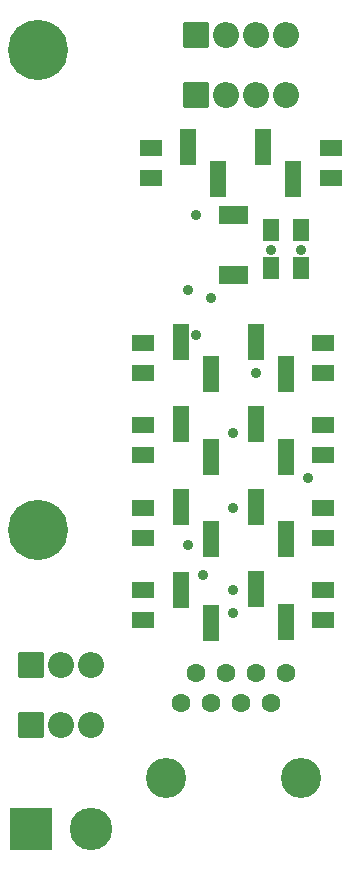
<source format=gts>
G04 #@! TF.GenerationSoftware,KiCad,Pcbnew,7.0.9*
G04 #@! TF.CreationDate,2023-12-23T18:19:17+01:00*
G04 #@! TF.ProjectId,testing-board,74657374-696e-4672-9d62-6f6172642e6b,v1.0*
G04 #@! TF.SameCoordinates,Original*
G04 #@! TF.FileFunction,Soldermask,Top*
G04 #@! TF.FilePolarity,Negative*
%FSLAX46Y46*%
G04 Gerber Fmt 4.6, Leading zero omitted, Abs format (unit mm)*
G04 Created by KiCad (PCBNEW 7.0.9) date 2023-12-23 18:19:17*
%MOMM*%
%LPD*%
G01*
G04 APERTURE LIST*
G04 Aperture macros list*
%AMRoundRect*
0 Rectangle with rounded corners*
0 $1 Rounding radius*
0 $2 $3 $4 $5 $6 $7 $8 $9 X,Y pos of 4 corners*
0 Add a 4 corners polygon primitive as box body*
4,1,4,$2,$3,$4,$5,$6,$7,$8,$9,$2,$3,0*
0 Add four circle primitives for the rounded corners*
1,1,$1+$1,$2,$3*
1,1,$1+$1,$4,$5*
1,1,$1+$1,$6,$7*
1,1,$1+$1,$8,$9*
0 Add four rect primitives between the rounded corners*
20,1,$1+$1,$2,$3,$4,$5,0*
20,1,$1+$1,$4,$5,$6,$7,0*
20,1,$1+$1,$6,$7,$8,$9,0*
20,1,$1+$1,$8,$9,$2,$3,0*%
%AMFreePoly0*
4,1,13,0.685355,0.935355,0.700000,0.900000,0.700000,-0.900000,0.685355,-0.935355,0.650000,-0.950000,-0.650000,-0.950000,-0.685355,-0.935355,-0.700000,-0.900000,-0.700000,0.900000,-0.685355,0.935355,-0.650000,0.950000,0.650000,0.950000,0.685355,0.935355,0.685355,0.935355,$1*%
G04 Aperture macros list end*
%ADD10RoundRect,0.050000X1.050000X-1.050000X1.050000X1.050000X-1.050000X1.050000X-1.050000X-1.050000X0*%
%ADD11O,2.200000X2.200000*%
%ADD12C,5.100000*%
%ADD13RoundRect,0.050000X-0.175000X0.750000X-0.175000X-0.750000X0.175000X-0.750000X0.175000X0.750000X0*%
%ADD14FreePoly0,270.000000*%
%ADD15FreePoly0,90.000000*%
%ADD16RoundRect,0.050000X0.625000X1.500000X-0.625000X1.500000X-0.625000X-1.500000X0.625000X-1.500000X0*%
%ADD17RoundRect,0.050000X-0.625000X-1.500000X0.625000X-1.500000X0.625000X1.500000X-0.625000X1.500000X0*%
%ADD18RoundRect,0.050000X1.750000X1.750000X-1.750000X1.750000X-1.750000X-1.750000X1.750000X-1.750000X0*%
%ADD19C,3.600000*%
%ADD20C,3.400000*%
%ADD21C,1.600000*%
%ADD22FreePoly0,0.000000*%
%ADD23C,0.900000*%
G04 APERTURE END LIST*
D10*
X132080000Y-64135000D03*
D11*
X134620000Y-64135000D03*
X137160000Y-64135000D03*
X139700000Y-64135000D03*
D12*
X118745000Y-106045000D03*
X118745000Y-65405000D03*
D13*
X136255000Y-79375000D03*
X135755000Y-79375000D03*
X135255000Y-79375000D03*
X134755000Y-79375000D03*
X134255000Y-79375000D03*
X134255000Y-84455000D03*
X134755000Y-84455000D03*
X135255000Y-84455000D03*
X135755000Y-84455000D03*
X136255000Y-84455000D03*
D14*
X142875000Y-97155000D03*
X142875000Y-99695000D03*
X142875000Y-90170000D03*
X142875000Y-92710000D03*
X127635000Y-97155000D03*
X127635000Y-99695000D03*
X127635000Y-90170000D03*
X127635000Y-92710000D03*
X142875000Y-111125000D03*
X142875000Y-113665000D03*
X142875000Y-104140000D03*
X142875000Y-106680000D03*
X127635000Y-111125000D03*
X127635000Y-113665000D03*
X127635000Y-104140000D03*
X127635000Y-106680000D03*
D15*
X143510000Y-76200000D03*
X143510000Y-73660000D03*
X128270000Y-76200000D03*
X128270000Y-73660000D03*
D16*
X137160000Y-90065000D03*
X139700000Y-92815000D03*
D17*
X133350000Y-92815000D03*
X130810000Y-90065000D03*
D16*
X137160000Y-97050000D03*
X139700000Y-99800000D03*
D17*
X133350000Y-99800000D03*
X130810000Y-97050000D03*
D16*
X137160000Y-104035000D03*
X139700000Y-106785000D03*
D17*
X133350000Y-106785000D03*
X130810000Y-104035000D03*
D16*
X137160000Y-111020000D03*
X139700000Y-113770000D03*
D17*
X133350000Y-113875000D03*
X130810000Y-111125000D03*
D16*
X137795000Y-73555000D03*
X140335000Y-76305000D03*
D17*
X133985000Y-76305000D03*
X131445000Y-73555000D03*
D10*
X132080000Y-69215000D03*
D11*
X134620000Y-69215000D03*
X137160000Y-69215000D03*
X139700000Y-69215000D03*
D10*
X118110000Y-122555000D03*
D11*
X120650000Y-122555000D03*
X123190000Y-122555000D03*
D10*
X118110000Y-117475000D03*
D11*
X120650000Y-117475000D03*
X123190000Y-117475000D03*
D18*
X118110000Y-131318000D03*
D19*
X123190000Y-131318000D03*
D20*
X129539000Y-127000000D03*
X140971000Y-127000000D03*
D21*
X130811000Y-120650000D03*
X132081000Y-118110000D03*
X133351000Y-120650000D03*
X134621000Y-118110000D03*
X135891000Y-120650000D03*
X137161000Y-118110000D03*
X138431000Y-120650000D03*
X139701000Y-118110000D03*
D22*
X138430000Y-83820000D03*
X140970000Y-83820000D03*
X138430000Y-80645000D03*
X140970000Y-80645000D03*
D23*
X140970000Y-82296000D03*
X138430000Y-82296000D03*
X131445000Y-85725000D03*
X133350000Y-86360000D03*
X135255000Y-97790000D03*
X137160000Y-92710000D03*
X132080000Y-89535000D03*
X131445000Y-107315000D03*
X132715000Y-109855000D03*
X135255000Y-113030000D03*
X135255000Y-111125000D03*
X135255000Y-104140000D03*
X141605000Y-101600000D03*
X132080000Y-79375000D03*
M02*

</source>
